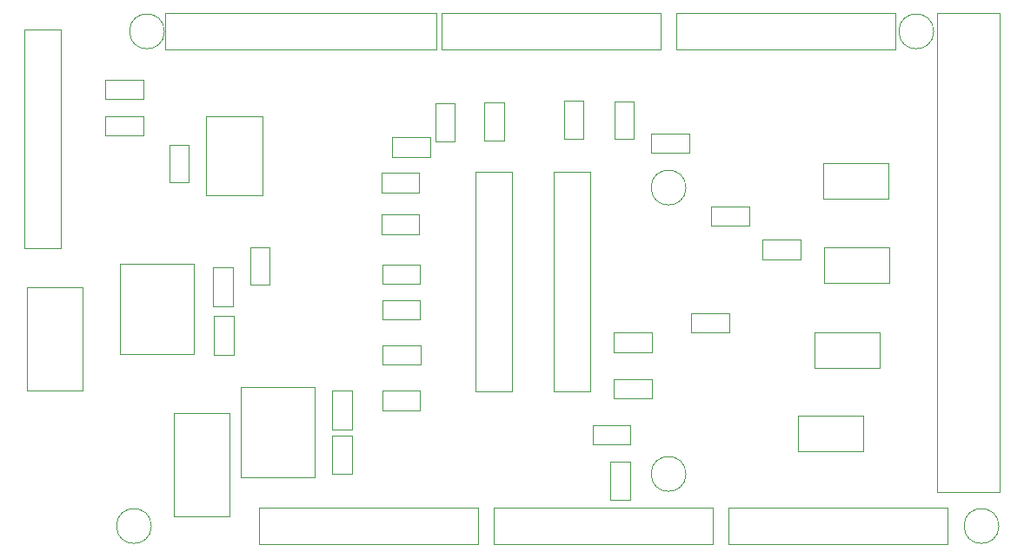
<source format=gbr>
%TF.GenerationSoftware,KiCad,Pcbnew,8.0.8*%
%TF.CreationDate,2025-07-24T20:26:14+03:00*%
%TF.ProjectId,memristor_shield,6d656d72-6973-4746-9f72-5f736869656c,rev?*%
%TF.SameCoordinates,Original*%
%TF.FileFunction,Other,User*%
%FSLAX46Y46*%
G04 Gerber Fmt 4.6, Leading zero omitted, Abs format (unit mm)*
G04 Created by KiCad (PCBNEW 8.0.8) date 2025-07-24 20:26:14*
%MOMM*%
%LPD*%
G01*
G04 APERTURE LIST*
%ADD10C,0.050000*%
G04 APERTURE END LIST*
D10*
%TO.C,J7*%
X192220000Y-47430000D02*
X198320000Y-47430000D01*
X192220000Y-94180000D02*
X192220000Y-47430000D01*
X198320000Y-47430000D02*
X198320000Y-94180000D01*
X198320000Y-94180000D02*
X192220000Y-94180000D01*
%TO.C,J1*%
X126140000Y-95710000D02*
X147490000Y-95710000D01*
X126140000Y-99260000D02*
X126140000Y-95710000D01*
X147490000Y-95710000D02*
X147490000Y-99260000D01*
X147490000Y-99260000D02*
X126140000Y-99260000D01*
%TO.C,J3*%
X149000000Y-95710000D02*
X170350000Y-95710000D01*
X149000000Y-99260000D02*
X149000000Y-95710000D01*
X170350000Y-95710000D02*
X170350000Y-99260000D01*
X170350000Y-99260000D02*
X149000000Y-99260000D01*
%TO.C,J5*%
X171860000Y-95710000D02*
X193210000Y-95710000D01*
X171860000Y-99260000D02*
X171860000Y-95710000D01*
X193210000Y-95710000D02*
X193210000Y-99260000D01*
X193210000Y-99260000D02*
X171860000Y-99260000D01*
%TO.C,J2*%
X116996000Y-47450000D02*
X143396000Y-47450000D01*
X116996000Y-51000000D02*
X116996000Y-47450000D01*
X143396000Y-47450000D02*
X143396000Y-51000000D01*
X143396000Y-51000000D02*
X116996000Y-51000000D01*
%TO.C,J4*%
X143920000Y-47450000D02*
X165270000Y-47450000D01*
X143920000Y-51000000D02*
X143920000Y-47450000D01*
X165270000Y-47450000D02*
X165270000Y-51000000D01*
X165270000Y-51000000D02*
X143920000Y-51000000D01*
%TO.C,J6*%
X166780000Y-47450000D02*
X188130000Y-47450000D01*
X166780000Y-51000000D02*
X166780000Y-47450000D01*
X188130000Y-47450000D02*
X188130000Y-51000000D01*
X188130000Y-51000000D02*
X166780000Y-51000000D01*
%TO.C,C13*%
X160360000Y-91150000D02*
X162320000Y-91150000D01*
X160360000Y-94910000D02*
X160360000Y-91150000D01*
X162320000Y-91150000D02*
X162320000Y-94910000D01*
X162320000Y-94910000D02*
X160360000Y-94910000D01*
%TO.C,J8*%
X147260000Y-62940000D02*
X150810000Y-62940000D01*
X147260000Y-84290000D02*
X147260000Y-62940000D01*
X150810000Y-62940000D02*
X150810000Y-84290000D01*
X150810000Y-84290000D02*
X147260000Y-84290000D01*
%TO.C,R5*%
X138150000Y-71960000D02*
X141850000Y-71960000D01*
X138150000Y-73860000D02*
X138150000Y-71960000D01*
X141850000Y-71960000D02*
X141850000Y-73860000D01*
X141850000Y-73860000D02*
X138150000Y-73860000D01*
%TO.C,MH6*%
X198220000Y-97460000D02*
G75*
G02*
X194820000Y-97460000I-1700000J0D01*
G01*
X194820000Y-97460000D02*
G75*
G02*
X198220000Y-97460000I1700000J0D01*
G01*
%TO.C,R19*%
X117440000Y-60250000D02*
X119340000Y-60250000D01*
X117440000Y-63950000D02*
X117440000Y-60250000D01*
X119340000Y-60250000D02*
X119340000Y-63950000D01*
X119340000Y-63950000D02*
X117440000Y-63950000D01*
%TO.C,R17*%
X111190000Y-57490000D02*
X114890000Y-57490000D01*
X111190000Y-59390000D02*
X111190000Y-57490000D01*
X114890000Y-57490000D02*
X114890000Y-59390000D01*
X114890000Y-59390000D02*
X111190000Y-59390000D01*
%TO.C,R6*%
X138140000Y-75400000D02*
X141840000Y-75400000D01*
X138140000Y-77300000D02*
X138140000Y-75400000D01*
X141840000Y-75400000D02*
X141840000Y-77300000D01*
X141840000Y-77300000D02*
X138140000Y-77300000D01*
%TO.C,R15*%
X160720000Y-83130000D02*
X164420000Y-83130000D01*
X160720000Y-85030000D02*
X160720000Y-83130000D01*
X164420000Y-83130000D02*
X164420000Y-85030000D01*
X164420000Y-85030000D02*
X160720000Y-85030000D01*
%TO.C,MH1*%
X116940000Y-49200000D02*
G75*
G02*
X113540000Y-49200000I-1700000J0D01*
G01*
X113540000Y-49200000D02*
G75*
G02*
X116940000Y-49200000I1700000J0D01*
G01*
%TO.C,U5*%
X181180000Y-70250000D02*
X181180000Y-73750000D01*
X181180000Y-73750000D02*
X187540000Y-73750000D01*
X187540000Y-70250000D02*
X181180000Y-70250000D01*
X187540000Y-73750000D02*
X187540000Y-70250000D01*
%TO.C,C2*%
X133260000Y-84260000D02*
X135220000Y-84260000D01*
X133260000Y-88020000D02*
X133260000Y-84260000D01*
X135220000Y-84260000D02*
X135220000Y-88020000D01*
X135220000Y-88020000D02*
X133260000Y-88020000D01*
%TO.C,R2*%
X143330000Y-56210000D02*
X145230000Y-56210000D01*
X143330000Y-59910000D02*
X143330000Y-56210000D01*
X145230000Y-56210000D02*
X145230000Y-59910000D01*
X145230000Y-59910000D02*
X143330000Y-59910000D01*
%TO.C,RV2*%
X103540000Y-74170000D02*
X103540000Y-84270000D01*
X103540000Y-84270000D02*
X108940000Y-84270000D01*
X108940000Y-74170000D02*
X103540000Y-74170000D01*
X108940000Y-84270000D02*
X108940000Y-74170000D01*
%TO.C,R11*%
X164380000Y-59150000D02*
X168080000Y-59150000D01*
X164380000Y-61050000D02*
X164380000Y-59150000D01*
X168080000Y-59150000D02*
X168080000Y-61050000D01*
X168080000Y-61050000D02*
X164380000Y-61050000D01*
%TO.C,C10*%
X139120000Y-59480000D02*
X142880000Y-59480000D01*
X139120000Y-61440000D02*
X139120000Y-59480000D01*
X142880000Y-59480000D02*
X142880000Y-61440000D01*
X142880000Y-61440000D02*
X139120000Y-61440000D01*
%TO.C,U15*%
X112590000Y-71880000D02*
X112590000Y-80680000D01*
X112590000Y-80680000D02*
X119790000Y-80680000D01*
X119790000Y-71880000D02*
X112590000Y-71880000D01*
X119790000Y-80680000D02*
X119790000Y-71880000D01*
%TO.C,R9*%
X155850000Y-55960000D02*
X157750000Y-55960000D01*
X155850000Y-59660000D02*
X155850000Y-55960000D01*
X157750000Y-55960000D02*
X157750000Y-59660000D01*
X157750000Y-59660000D02*
X155850000Y-59660000D01*
%TO.C,C3*%
X121730000Y-77000000D02*
X123690000Y-77000000D01*
X121730000Y-80760000D02*
X121730000Y-77000000D01*
X123690000Y-77000000D02*
X123690000Y-80760000D01*
X123690000Y-80760000D02*
X121730000Y-80760000D01*
%TO.C,R10*%
X160780000Y-56030000D02*
X162680000Y-56030000D01*
X160780000Y-59730000D02*
X160780000Y-56030000D01*
X162680000Y-56030000D02*
X162680000Y-59730000D01*
X162680000Y-59730000D02*
X160780000Y-59730000D01*
%TO.C,R3*%
X138080000Y-63000000D02*
X141780000Y-63000000D01*
X138080000Y-64900000D02*
X138080000Y-63000000D01*
X141780000Y-63000000D02*
X141780000Y-64900000D01*
X141780000Y-64900000D02*
X138080000Y-64900000D01*
%TO.C,R13*%
X168230000Y-76670000D02*
X171930000Y-76670000D01*
X168230000Y-78570000D02*
X168230000Y-76670000D01*
X171930000Y-76670000D02*
X171930000Y-78570000D01*
X171930000Y-78570000D02*
X168230000Y-78570000D01*
%TO.C,R4*%
X138070000Y-67090000D02*
X141770000Y-67090000D01*
X138070000Y-68990000D02*
X138070000Y-67090000D01*
X141770000Y-67090000D02*
X141770000Y-68990000D01*
X141770000Y-68990000D02*
X138070000Y-68990000D01*
%TO.C,C4*%
X121700000Y-72232500D02*
X123660000Y-72232500D01*
X121700000Y-75992500D02*
X121700000Y-72232500D01*
X123660000Y-72232500D02*
X123660000Y-75992500D01*
X123660000Y-75992500D02*
X121700000Y-75992500D01*
%TO.C,R18*%
X111180000Y-53890000D02*
X114880000Y-53890000D01*
X111180000Y-55790000D02*
X111180000Y-53890000D01*
X114880000Y-53890000D02*
X114880000Y-55790000D01*
X114880000Y-55790000D02*
X111180000Y-55790000D01*
%TO.C,R14*%
X160700000Y-78580000D02*
X164400000Y-78580000D01*
X160700000Y-80480000D02*
X160700000Y-78580000D01*
X164400000Y-78580000D02*
X164400000Y-80480000D01*
X164400000Y-80480000D02*
X160700000Y-80480000D01*
%TO.C,R8*%
X138150000Y-84250000D02*
X141850000Y-84250000D01*
X138150000Y-86150000D02*
X138150000Y-84250000D01*
X141850000Y-84250000D02*
X141850000Y-86150000D01*
X141850000Y-86150000D02*
X138150000Y-86150000D01*
%TO.C,R7*%
X138170000Y-79820000D02*
X141870000Y-79820000D01*
X138170000Y-81720000D02*
X138170000Y-79820000D01*
X141870000Y-79820000D02*
X141870000Y-81720000D01*
X141870000Y-81720000D02*
X138170000Y-81720000D01*
%TO.C,J10*%
X103330000Y-49030000D02*
X106880000Y-49030000D01*
X103330000Y-70380000D02*
X103330000Y-49030000D01*
X106880000Y-49030000D02*
X106880000Y-70380000D01*
X106880000Y-70380000D02*
X103330000Y-70380000D01*
%TO.C,R1*%
X148120000Y-56170000D02*
X150020000Y-56170000D01*
X148120000Y-59870000D02*
X148120000Y-56170000D01*
X150020000Y-56170000D02*
X150020000Y-59870000D01*
X150020000Y-59870000D02*
X148120000Y-59870000D01*
%TO.C,J9*%
X154880000Y-62940000D02*
X158430000Y-62940000D01*
X154880000Y-84290000D02*
X154880000Y-62940000D01*
X158430000Y-62940000D02*
X158430000Y-84290000D01*
X158430000Y-84290000D02*
X154880000Y-84290000D01*
%TO.C,R16*%
X158650000Y-87630000D02*
X162350000Y-87630000D01*
X158650000Y-89530000D02*
X158650000Y-87630000D01*
X162350000Y-87630000D02*
X162350000Y-89530000D01*
X162350000Y-89530000D02*
X158650000Y-89530000D01*
%TO.C,U6*%
X180270000Y-78550000D02*
X180270000Y-82050000D01*
X180270000Y-82050000D02*
X186630000Y-82050000D01*
X186630000Y-78550000D02*
X180270000Y-78550000D01*
X186630000Y-82050000D02*
X186630000Y-78550000D01*
%TO.C,U7*%
X178620000Y-86710000D02*
X178620000Y-90210000D01*
X178620000Y-90210000D02*
X184980000Y-90210000D01*
X184980000Y-86710000D02*
X178620000Y-86710000D01*
X184980000Y-90210000D02*
X184980000Y-86710000D01*
%TO.C,C12*%
X175170000Y-69500000D02*
X178930000Y-69500000D01*
X175170000Y-71460000D02*
X175170000Y-69500000D01*
X178930000Y-69500000D02*
X178930000Y-71460000D01*
X178930000Y-71460000D02*
X175170000Y-71460000D01*
%TO.C,R12*%
X170180000Y-66270000D02*
X173880000Y-66270000D01*
X170180000Y-68170000D02*
X170180000Y-66270000D01*
X173880000Y-66270000D02*
X173880000Y-68170000D01*
X173880000Y-68170000D02*
X170180000Y-68170000D01*
%TO.C,R20*%
X125310000Y-70240000D02*
X127210000Y-70240000D01*
X125310000Y-73940000D02*
X125310000Y-70240000D01*
X127210000Y-70240000D02*
X127210000Y-73940000D01*
X127210000Y-73940000D02*
X125310000Y-73940000D01*
%TO.C,RV1*%
X117870000Y-86450000D02*
X117870000Y-96550000D01*
X117870000Y-96550000D02*
X123270000Y-96550000D01*
X123270000Y-86450000D02*
X117870000Y-86450000D01*
X123270000Y-96550000D02*
X123270000Y-86450000D01*
%TO.C,C1*%
X133260000Y-88610000D02*
X135220000Y-88610000D01*
X133260000Y-92370000D02*
X133260000Y-88610000D01*
X135220000Y-88610000D02*
X135220000Y-92370000D01*
X135220000Y-92370000D02*
X133260000Y-92370000D01*
%TO.C,U14*%
X124380000Y-83890000D02*
X124380000Y-92690000D01*
X124380000Y-92690000D02*
X131580000Y-92690000D01*
X131580000Y-83890000D02*
X124380000Y-83890000D01*
X131580000Y-92690000D02*
X131580000Y-83890000D01*
%TO.C,MH2*%
X115670000Y-97460000D02*
G75*
G02*
X112270000Y-97460000I-1700000J0D01*
G01*
X112270000Y-97460000D02*
G75*
G02*
X115670000Y-97460000I1700000J0D01*
G01*
%TO.C,MH3*%
X167740000Y-64440000D02*
G75*
G02*
X164340000Y-64440000I-1700000J0D01*
G01*
X164340000Y-64440000D02*
G75*
G02*
X167740000Y-64440000I1700000J0D01*
G01*
%TO.C,MH4*%
X167740000Y-92380000D02*
G75*
G02*
X164340000Y-92380000I-1700000J0D01*
G01*
X164340000Y-92380000D02*
G75*
G02*
X167740000Y-92380000I1700000J0D01*
G01*
%TO.C,U4*%
X181110000Y-62040000D02*
X181110000Y-65540000D01*
X181110000Y-65540000D02*
X187470000Y-65540000D01*
X187470000Y-62040000D02*
X181110000Y-62040000D01*
X187470000Y-65540000D02*
X187470000Y-62040000D01*
%TO.C,U9*%
X121010000Y-57452500D02*
X121010000Y-65152500D01*
X121010000Y-65152500D02*
X126510000Y-65152500D01*
X126510000Y-57452500D02*
X121010000Y-57452500D01*
X126510000Y-65152500D02*
X126510000Y-57452500D01*
%TO.C,MH5*%
X191870000Y-49200000D02*
G75*
G02*
X188470000Y-49200000I-1700000J0D01*
G01*
X188470000Y-49200000D02*
G75*
G02*
X191870000Y-49200000I1700000J0D01*
G01*
%TD*%
M02*

</source>
